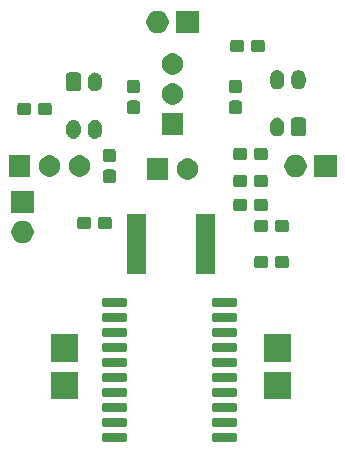
<source format=gbr>
G04 #@! TF.GenerationSoftware,KiCad,Pcbnew,(5.1.5)-3*
G04 #@! TF.CreationDate,2020-04-08T22:33:11-07:00*
G04 #@! TF.ProjectId,microbug,6d696372-6f62-4756-972e-6b696361645f,rev?*
G04 #@! TF.SameCoordinates,Original*
G04 #@! TF.FileFunction,Soldermask,Bot*
G04 #@! TF.FilePolarity,Negative*
%FSLAX46Y46*%
G04 Gerber Fmt 4.6, Leading zero omitted, Abs format (unit mm)*
G04 Created by KiCad (PCBNEW (5.1.5)-3) date 2020-04-08 22:33:11*
%MOMM*%
%LPD*%
G04 APERTURE LIST*
%ADD10C,0.100000*%
G04 APERTURE END LIST*
D10*
G36*
X69642928Y-93250764D02*
G01*
X69664009Y-93257160D01*
X69683445Y-93267548D01*
X69700476Y-93281524D01*
X69714452Y-93298555D01*
X69724840Y-93317991D01*
X69731236Y-93339072D01*
X69734000Y-93367140D01*
X69734000Y-93830860D01*
X69731236Y-93858928D01*
X69724840Y-93880009D01*
X69714452Y-93899445D01*
X69700476Y-93916476D01*
X69683445Y-93930452D01*
X69664009Y-93940840D01*
X69642928Y-93947236D01*
X69614860Y-93950000D01*
X67701140Y-93950000D01*
X67673072Y-93947236D01*
X67651991Y-93940840D01*
X67632555Y-93930452D01*
X67615524Y-93916476D01*
X67601548Y-93899445D01*
X67591160Y-93880009D01*
X67584764Y-93858928D01*
X67582000Y-93830860D01*
X67582000Y-93367140D01*
X67584764Y-93339072D01*
X67591160Y-93317991D01*
X67601548Y-93298555D01*
X67615524Y-93281524D01*
X67632555Y-93267548D01*
X67651991Y-93257160D01*
X67673072Y-93250764D01*
X67701140Y-93248000D01*
X69614860Y-93248000D01*
X69642928Y-93250764D01*
G37*
G36*
X60342928Y-93250764D02*
G01*
X60364009Y-93257160D01*
X60383445Y-93267548D01*
X60400476Y-93281524D01*
X60414452Y-93298555D01*
X60424840Y-93317991D01*
X60431236Y-93339072D01*
X60434000Y-93367140D01*
X60434000Y-93830860D01*
X60431236Y-93858928D01*
X60424840Y-93880009D01*
X60414452Y-93899445D01*
X60400476Y-93916476D01*
X60383445Y-93930452D01*
X60364009Y-93940840D01*
X60342928Y-93947236D01*
X60314860Y-93950000D01*
X58401140Y-93950000D01*
X58373072Y-93947236D01*
X58351991Y-93940840D01*
X58332555Y-93930452D01*
X58315524Y-93916476D01*
X58301548Y-93899445D01*
X58291160Y-93880009D01*
X58284764Y-93858928D01*
X58282000Y-93830860D01*
X58282000Y-93367140D01*
X58284764Y-93339072D01*
X58291160Y-93317991D01*
X58301548Y-93298555D01*
X58315524Y-93281524D01*
X58332555Y-93267548D01*
X58351991Y-93257160D01*
X58373072Y-93250764D01*
X58401140Y-93248000D01*
X60314860Y-93248000D01*
X60342928Y-93250764D01*
G37*
G36*
X60342928Y-91980764D02*
G01*
X60364009Y-91987160D01*
X60383445Y-91997548D01*
X60400476Y-92011524D01*
X60414452Y-92028555D01*
X60424840Y-92047991D01*
X60431236Y-92069072D01*
X60434000Y-92097140D01*
X60434000Y-92560860D01*
X60431236Y-92588928D01*
X60424840Y-92610009D01*
X60414452Y-92629445D01*
X60400476Y-92646476D01*
X60383445Y-92660452D01*
X60364009Y-92670840D01*
X60342928Y-92677236D01*
X60314860Y-92680000D01*
X58401140Y-92680000D01*
X58373072Y-92677236D01*
X58351991Y-92670840D01*
X58332555Y-92660452D01*
X58315524Y-92646476D01*
X58301548Y-92629445D01*
X58291160Y-92610009D01*
X58284764Y-92588928D01*
X58282000Y-92560860D01*
X58282000Y-92097140D01*
X58284764Y-92069072D01*
X58291160Y-92047991D01*
X58301548Y-92028555D01*
X58315524Y-92011524D01*
X58332555Y-91997548D01*
X58351991Y-91987160D01*
X58373072Y-91980764D01*
X58401140Y-91978000D01*
X60314860Y-91978000D01*
X60342928Y-91980764D01*
G37*
G36*
X69642928Y-91980764D02*
G01*
X69664009Y-91987160D01*
X69683445Y-91997548D01*
X69700476Y-92011524D01*
X69714452Y-92028555D01*
X69724840Y-92047991D01*
X69731236Y-92069072D01*
X69734000Y-92097140D01*
X69734000Y-92560860D01*
X69731236Y-92588928D01*
X69724840Y-92610009D01*
X69714452Y-92629445D01*
X69700476Y-92646476D01*
X69683445Y-92660452D01*
X69664009Y-92670840D01*
X69642928Y-92677236D01*
X69614860Y-92680000D01*
X67701140Y-92680000D01*
X67673072Y-92677236D01*
X67651991Y-92670840D01*
X67632555Y-92660452D01*
X67615524Y-92646476D01*
X67601548Y-92629445D01*
X67591160Y-92610009D01*
X67584764Y-92588928D01*
X67582000Y-92560860D01*
X67582000Y-92097140D01*
X67584764Y-92069072D01*
X67591160Y-92047991D01*
X67601548Y-92028555D01*
X67615524Y-92011524D01*
X67632555Y-91997548D01*
X67651991Y-91987160D01*
X67673072Y-91980764D01*
X67701140Y-91978000D01*
X69614860Y-91978000D01*
X69642928Y-91980764D01*
G37*
G36*
X60342928Y-90710764D02*
G01*
X60364009Y-90717160D01*
X60383445Y-90727548D01*
X60400476Y-90741524D01*
X60414452Y-90758555D01*
X60424840Y-90777991D01*
X60431236Y-90799072D01*
X60434000Y-90827140D01*
X60434000Y-91290860D01*
X60431236Y-91318928D01*
X60424840Y-91340009D01*
X60414452Y-91359445D01*
X60400476Y-91376476D01*
X60383445Y-91390452D01*
X60364009Y-91400840D01*
X60342928Y-91407236D01*
X60314860Y-91410000D01*
X58401140Y-91410000D01*
X58373072Y-91407236D01*
X58351991Y-91400840D01*
X58332555Y-91390452D01*
X58315524Y-91376476D01*
X58301548Y-91359445D01*
X58291160Y-91340009D01*
X58284764Y-91318928D01*
X58282000Y-91290860D01*
X58282000Y-90827140D01*
X58284764Y-90799072D01*
X58291160Y-90777991D01*
X58301548Y-90758555D01*
X58315524Y-90741524D01*
X58332555Y-90727548D01*
X58351991Y-90717160D01*
X58373072Y-90710764D01*
X58401140Y-90708000D01*
X60314860Y-90708000D01*
X60342928Y-90710764D01*
G37*
G36*
X69642928Y-90710764D02*
G01*
X69664009Y-90717160D01*
X69683445Y-90727548D01*
X69700476Y-90741524D01*
X69714452Y-90758555D01*
X69724840Y-90777991D01*
X69731236Y-90799072D01*
X69734000Y-90827140D01*
X69734000Y-91290860D01*
X69731236Y-91318928D01*
X69724840Y-91340009D01*
X69714452Y-91359445D01*
X69700476Y-91376476D01*
X69683445Y-91390452D01*
X69664009Y-91400840D01*
X69642928Y-91407236D01*
X69614860Y-91410000D01*
X67701140Y-91410000D01*
X67673072Y-91407236D01*
X67651991Y-91400840D01*
X67632555Y-91390452D01*
X67615524Y-91376476D01*
X67601548Y-91359445D01*
X67591160Y-91340009D01*
X67584764Y-91318928D01*
X67582000Y-91290860D01*
X67582000Y-90827140D01*
X67584764Y-90799072D01*
X67591160Y-90777991D01*
X67601548Y-90758555D01*
X67615524Y-90741524D01*
X67632555Y-90727548D01*
X67651991Y-90717160D01*
X67673072Y-90710764D01*
X67701140Y-90708000D01*
X69614860Y-90708000D01*
X69642928Y-90710764D01*
G37*
G36*
X74303000Y-90381000D02*
G01*
X72001000Y-90381000D01*
X72001000Y-88079000D01*
X74303000Y-88079000D01*
X74303000Y-90381000D01*
G37*
G36*
X56269000Y-90381000D02*
G01*
X53967000Y-90381000D01*
X53967000Y-88079000D01*
X56269000Y-88079000D01*
X56269000Y-90381000D01*
G37*
G36*
X69642928Y-89440764D02*
G01*
X69664009Y-89447160D01*
X69683445Y-89457548D01*
X69700476Y-89471524D01*
X69714452Y-89488555D01*
X69724840Y-89507991D01*
X69731236Y-89529072D01*
X69734000Y-89557140D01*
X69734000Y-90020860D01*
X69731236Y-90048928D01*
X69724840Y-90070009D01*
X69714452Y-90089445D01*
X69700476Y-90106476D01*
X69683445Y-90120452D01*
X69664009Y-90130840D01*
X69642928Y-90137236D01*
X69614860Y-90140000D01*
X67701140Y-90140000D01*
X67673072Y-90137236D01*
X67651991Y-90130840D01*
X67632555Y-90120452D01*
X67615524Y-90106476D01*
X67601548Y-90089445D01*
X67591160Y-90070009D01*
X67584764Y-90048928D01*
X67582000Y-90020860D01*
X67582000Y-89557140D01*
X67584764Y-89529072D01*
X67591160Y-89507991D01*
X67601548Y-89488555D01*
X67615524Y-89471524D01*
X67632555Y-89457548D01*
X67651991Y-89447160D01*
X67673072Y-89440764D01*
X67701140Y-89438000D01*
X69614860Y-89438000D01*
X69642928Y-89440764D01*
G37*
G36*
X60342928Y-89440764D02*
G01*
X60364009Y-89447160D01*
X60383445Y-89457548D01*
X60400476Y-89471524D01*
X60414452Y-89488555D01*
X60424840Y-89507991D01*
X60431236Y-89529072D01*
X60434000Y-89557140D01*
X60434000Y-90020860D01*
X60431236Y-90048928D01*
X60424840Y-90070009D01*
X60414452Y-90089445D01*
X60400476Y-90106476D01*
X60383445Y-90120452D01*
X60364009Y-90130840D01*
X60342928Y-90137236D01*
X60314860Y-90140000D01*
X58401140Y-90140000D01*
X58373072Y-90137236D01*
X58351991Y-90130840D01*
X58332555Y-90120452D01*
X58315524Y-90106476D01*
X58301548Y-90089445D01*
X58291160Y-90070009D01*
X58284764Y-90048928D01*
X58282000Y-90020860D01*
X58282000Y-89557140D01*
X58284764Y-89529072D01*
X58291160Y-89507991D01*
X58301548Y-89488555D01*
X58315524Y-89471524D01*
X58332555Y-89457548D01*
X58351991Y-89447160D01*
X58373072Y-89440764D01*
X58401140Y-89438000D01*
X60314860Y-89438000D01*
X60342928Y-89440764D01*
G37*
G36*
X60342928Y-88170764D02*
G01*
X60364009Y-88177160D01*
X60383445Y-88187548D01*
X60400476Y-88201524D01*
X60414452Y-88218555D01*
X60424840Y-88237991D01*
X60431236Y-88259072D01*
X60434000Y-88287140D01*
X60434000Y-88750860D01*
X60431236Y-88778928D01*
X60424840Y-88800009D01*
X60414452Y-88819445D01*
X60400476Y-88836476D01*
X60383445Y-88850452D01*
X60364009Y-88860840D01*
X60342928Y-88867236D01*
X60314860Y-88870000D01*
X58401140Y-88870000D01*
X58373072Y-88867236D01*
X58351991Y-88860840D01*
X58332555Y-88850452D01*
X58315524Y-88836476D01*
X58301548Y-88819445D01*
X58291160Y-88800009D01*
X58284764Y-88778928D01*
X58282000Y-88750860D01*
X58282000Y-88287140D01*
X58284764Y-88259072D01*
X58291160Y-88237991D01*
X58301548Y-88218555D01*
X58315524Y-88201524D01*
X58332555Y-88187548D01*
X58351991Y-88177160D01*
X58373072Y-88170764D01*
X58401140Y-88168000D01*
X60314860Y-88168000D01*
X60342928Y-88170764D01*
G37*
G36*
X69642928Y-88170764D02*
G01*
X69664009Y-88177160D01*
X69683445Y-88187548D01*
X69700476Y-88201524D01*
X69714452Y-88218555D01*
X69724840Y-88237991D01*
X69731236Y-88259072D01*
X69734000Y-88287140D01*
X69734000Y-88750860D01*
X69731236Y-88778928D01*
X69724840Y-88800009D01*
X69714452Y-88819445D01*
X69700476Y-88836476D01*
X69683445Y-88850452D01*
X69664009Y-88860840D01*
X69642928Y-88867236D01*
X69614860Y-88870000D01*
X67701140Y-88870000D01*
X67673072Y-88867236D01*
X67651991Y-88860840D01*
X67632555Y-88850452D01*
X67615524Y-88836476D01*
X67601548Y-88819445D01*
X67591160Y-88800009D01*
X67584764Y-88778928D01*
X67582000Y-88750860D01*
X67582000Y-88287140D01*
X67584764Y-88259072D01*
X67591160Y-88237991D01*
X67601548Y-88218555D01*
X67615524Y-88201524D01*
X67632555Y-88187548D01*
X67651991Y-88177160D01*
X67673072Y-88170764D01*
X67701140Y-88168000D01*
X69614860Y-88168000D01*
X69642928Y-88170764D01*
G37*
G36*
X60342928Y-86900764D02*
G01*
X60364009Y-86907160D01*
X60383445Y-86917548D01*
X60400476Y-86931524D01*
X60414452Y-86948555D01*
X60424840Y-86967991D01*
X60431236Y-86989072D01*
X60434000Y-87017140D01*
X60434000Y-87480860D01*
X60431236Y-87508928D01*
X60424840Y-87530009D01*
X60414452Y-87549445D01*
X60400476Y-87566476D01*
X60383445Y-87580452D01*
X60364009Y-87590840D01*
X60342928Y-87597236D01*
X60314860Y-87600000D01*
X58401140Y-87600000D01*
X58373072Y-87597236D01*
X58351991Y-87590840D01*
X58332555Y-87580452D01*
X58315524Y-87566476D01*
X58301548Y-87549445D01*
X58291160Y-87530009D01*
X58284764Y-87508928D01*
X58282000Y-87480860D01*
X58282000Y-87017140D01*
X58284764Y-86989072D01*
X58291160Y-86967991D01*
X58301548Y-86948555D01*
X58315524Y-86931524D01*
X58332555Y-86917548D01*
X58351991Y-86907160D01*
X58373072Y-86900764D01*
X58401140Y-86898000D01*
X60314860Y-86898000D01*
X60342928Y-86900764D01*
G37*
G36*
X69642928Y-86900764D02*
G01*
X69664009Y-86907160D01*
X69683445Y-86917548D01*
X69700476Y-86931524D01*
X69714452Y-86948555D01*
X69724840Y-86967991D01*
X69731236Y-86989072D01*
X69734000Y-87017140D01*
X69734000Y-87480860D01*
X69731236Y-87508928D01*
X69724840Y-87530009D01*
X69714452Y-87549445D01*
X69700476Y-87566476D01*
X69683445Y-87580452D01*
X69664009Y-87590840D01*
X69642928Y-87597236D01*
X69614860Y-87600000D01*
X67701140Y-87600000D01*
X67673072Y-87597236D01*
X67651991Y-87590840D01*
X67632555Y-87580452D01*
X67615524Y-87566476D01*
X67601548Y-87549445D01*
X67591160Y-87530009D01*
X67584764Y-87508928D01*
X67582000Y-87480860D01*
X67582000Y-87017140D01*
X67584764Y-86989072D01*
X67591160Y-86967991D01*
X67601548Y-86948555D01*
X67615524Y-86931524D01*
X67632555Y-86917548D01*
X67651991Y-86907160D01*
X67673072Y-86900764D01*
X67701140Y-86898000D01*
X69614860Y-86898000D01*
X69642928Y-86900764D01*
G37*
G36*
X56269000Y-87181000D02*
G01*
X53967000Y-87181000D01*
X53967000Y-84879000D01*
X56269000Y-84879000D01*
X56269000Y-87181000D01*
G37*
G36*
X74303000Y-87181000D02*
G01*
X72001000Y-87181000D01*
X72001000Y-84879000D01*
X74303000Y-84879000D01*
X74303000Y-87181000D01*
G37*
G36*
X60342928Y-85630764D02*
G01*
X60364009Y-85637160D01*
X60383445Y-85647548D01*
X60400476Y-85661524D01*
X60414452Y-85678555D01*
X60424840Y-85697991D01*
X60431236Y-85719072D01*
X60434000Y-85747140D01*
X60434000Y-86210860D01*
X60431236Y-86238928D01*
X60424840Y-86260009D01*
X60414452Y-86279445D01*
X60400476Y-86296476D01*
X60383445Y-86310452D01*
X60364009Y-86320840D01*
X60342928Y-86327236D01*
X60314860Y-86330000D01*
X58401140Y-86330000D01*
X58373072Y-86327236D01*
X58351991Y-86320840D01*
X58332555Y-86310452D01*
X58315524Y-86296476D01*
X58301548Y-86279445D01*
X58291160Y-86260009D01*
X58284764Y-86238928D01*
X58282000Y-86210860D01*
X58282000Y-85747140D01*
X58284764Y-85719072D01*
X58291160Y-85697991D01*
X58301548Y-85678555D01*
X58315524Y-85661524D01*
X58332555Y-85647548D01*
X58351991Y-85637160D01*
X58373072Y-85630764D01*
X58401140Y-85628000D01*
X60314860Y-85628000D01*
X60342928Y-85630764D01*
G37*
G36*
X69642928Y-85630764D02*
G01*
X69664009Y-85637160D01*
X69683445Y-85647548D01*
X69700476Y-85661524D01*
X69714452Y-85678555D01*
X69724840Y-85697991D01*
X69731236Y-85719072D01*
X69734000Y-85747140D01*
X69734000Y-86210860D01*
X69731236Y-86238928D01*
X69724840Y-86260009D01*
X69714452Y-86279445D01*
X69700476Y-86296476D01*
X69683445Y-86310452D01*
X69664009Y-86320840D01*
X69642928Y-86327236D01*
X69614860Y-86330000D01*
X67701140Y-86330000D01*
X67673072Y-86327236D01*
X67651991Y-86320840D01*
X67632555Y-86310452D01*
X67615524Y-86296476D01*
X67601548Y-86279445D01*
X67591160Y-86260009D01*
X67584764Y-86238928D01*
X67582000Y-86210860D01*
X67582000Y-85747140D01*
X67584764Y-85719072D01*
X67591160Y-85697991D01*
X67601548Y-85678555D01*
X67615524Y-85661524D01*
X67632555Y-85647548D01*
X67651991Y-85637160D01*
X67673072Y-85630764D01*
X67701140Y-85628000D01*
X69614860Y-85628000D01*
X69642928Y-85630764D01*
G37*
G36*
X60342928Y-84360764D02*
G01*
X60364009Y-84367160D01*
X60383445Y-84377548D01*
X60400476Y-84391524D01*
X60414452Y-84408555D01*
X60424840Y-84427991D01*
X60431236Y-84449072D01*
X60434000Y-84477140D01*
X60434000Y-84940860D01*
X60431236Y-84968928D01*
X60424840Y-84990009D01*
X60414452Y-85009445D01*
X60400476Y-85026476D01*
X60383445Y-85040452D01*
X60364009Y-85050840D01*
X60342928Y-85057236D01*
X60314860Y-85060000D01*
X58401140Y-85060000D01*
X58373072Y-85057236D01*
X58351991Y-85050840D01*
X58332555Y-85040452D01*
X58315524Y-85026476D01*
X58301548Y-85009445D01*
X58291160Y-84990009D01*
X58284764Y-84968928D01*
X58282000Y-84940860D01*
X58282000Y-84477140D01*
X58284764Y-84449072D01*
X58291160Y-84427991D01*
X58301548Y-84408555D01*
X58315524Y-84391524D01*
X58332555Y-84377548D01*
X58351991Y-84367160D01*
X58373072Y-84360764D01*
X58401140Y-84358000D01*
X60314860Y-84358000D01*
X60342928Y-84360764D01*
G37*
G36*
X69642928Y-84360764D02*
G01*
X69664009Y-84367160D01*
X69683445Y-84377548D01*
X69700476Y-84391524D01*
X69714452Y-84408555D01*
X69724840Y-84427991D01*
X69731236Y-84449072D01*
X69734000Y-84477140D01*
X69734000Y-84940860D01*
X69731236Y-84968928D01*
X69724840Y-84990009D01*
X69714452Y-85009445D01*
X69700476Y-85026476D01*
X69683445Y-85040452D01*
X69664009Y-85050840D01*
X69642928Y-85057236D01*
X69614860Y-85060000D01*
X67701140Y-85060000D01*
X67673072Y-85057236D01*
X67651991Y-85050840D01*
X67632555Y-85040452D01*
X67615524Y-85026476D01*
X67601548Y-85009445D01*
X67591160Y-84990009D01*
X67584764Y-84968928D01*
X67582000Y-84940860D01*
X67582000Y-84477140D01*
X67584764Y-84449072D01*
X67591160Y-84427991D01*
X67601548Y-84408555D01*
X67615524Y-84391524D01*
X67632555Y-84377548D01*
X67651991Y-84367160D01*
X67673072Y-84360764D01*
X67701140Y-84358000D01*
X69614860Y-84358000D01*
X69642928Y-84360764D01*
G37*
G36*
X69642928Y-83090764D02*
G01*
X69664009Y-83097160D01*
X69683445Y-83107548D01*
X69700476Y-83121524D01*
X69714452Y-83138555D01*
X69724840Y-83157991D01*
X69731236Y-83179072D01*
X69734000Y-83207140D01*
X69734000Y-83670860D01*
X69731236Y-83698928D01*
X69724840Y-83720009D01*
X69714452Y-83739445D01*
X69700476Y-83756476D01*
X69683445Y-83770452D01*
X69664009Y-83780840D01*
X69642928Y-83787236D01*
X69614860Y-83790000D01*
X67701140Y-83790000D01*
X67673072Y-83787236D01*
X67651991Y-83780840D01*
X67632555Y-83770452D01*
X67615524Y-83756476D01*
X67601548Y-83739445D01*
X67591160Y-83720009D01*
X67584764Y-83698928D01*
X67582000Y-83670860D01*
X67582000Y-83207140D01*
X67584764Y-83179072D01*
X67591160Y-83157991D01*
X67601548Y-83138555D01*
X67615524Y-83121524D01*
X67632555Y-83107548D01*
X67651991Y-83097160D01*
X67673072Y-83090764D01*
X67701140Y-83088000D01*
X69614860Y-83088000D01*
X69642928Y-83090764D01*
G37*
G36*
X60342928Y-83090764D02*
G01*
X60364009Y-83097160D01*
X60383445Y-83107548D01*
X60400476Y-83121524D01*
X60414452Y-83138555D01*
X60424840Y-83157991D01*
X60431236Y-83179072D01*
X60434000Y-83207140D01*
X60434000Y-83670860D01*
X60431236Y-83698928D01*
X60424840Y-83720009D01*
X60414452Y-83739445D01*
X60400476Y-83756476D01*
X60383445Y-83770452D01*
X60364009Y-83780840D01*
X60342928Y-83787236D01*
X60314860Y-83790000D01*
X58401140Y-83790000D01*
X58373072Y-83787236D01*
X58351991Y-83780840D01*
X58332555Y-83770452D01*
X58315524Y-83756476D01*
X58301548Y-83739445D01*
X58291160Y-83720009D01*
X58284764Y-83698928D01*
X58282000Y-83670860D01*
X58282000Y-83207140D01*
X58284764Y-83179072D01*
X58291160Y-83157991D01*
X58301548Y-83138555D01*
X58315524Y-83121524D01*
X58332555Y-83107548D01*
X58351991Y-83097160D01*
X58373072Y-83090764D01*
X58401140Y-83088000D01*
X60314860Y-83088000D01*
X60342928Y-83090764D01*
G37*
G36*
X69642928Y-81820764D02*
G01*
X69664009Y-81827160D01*
X69683445Y-81837548D01*
X69700476Y-81851524D01*
X69714452Y-81868555D01*
X69724840Y-81887991D01*
X69731236Y-81909072D01*
X69734000Y-81937140D01*
X69734000Y-82400860D01*
X69731236Y-82428928D01*
X69724840Y-82450009D01*
X69714452Y-82469445D01*
X69700476Y-82486476D01*
X69683445Y-82500452D01*
X69664009Y-82510840D01*
X69642928Y-82517236D01*
X69614860Y-82520000D01*
X67701140Y-82520000D01*
X67673072Y-82517236D01*
X67651991Y-82510840D01*
X67632555Y-82500452D01*
X67615524Y-82486476D01*
X67601548Y-82469445D01*
X67591160Y-82450009D01*
X67584764Y-82428928D01*
X67582000Y-82400860D01*
X67582000Y-81937140D01*
X67584764Y-81909072D01*
X67591160Y-81887991D01*
X67601548Y-81868555D01*
X67615524Y-81851524D01*
X67632555Y-81837548D01*
X67651991Y-81827160D01*
X67673072Y-81820764D01*
X67701140Y-81818000D01*
X69614860Y-81818000D01*
X69642928Y-81820764D01*
G37*
G36*
X60342928Y-81820764D02*
G01*
X60364009Y-81827160D01*
X60383445Y-81837548D01*
X60400476Y-81851524D01*
X60414452Y-81868555D01*
X60424840Y-81887991D01*
X60431236Y-81909072D01*
X60434000Y-81937140D01*
X60434000Y-82400860D01*
X60431236Y-82428928D01*
X60424840Y-82450009D01*
X60414452Y-82469445D01*
X60400476Y-82486476D01*
X60383445Y-82500452D01*
X60364009Y-82510840D01*
X60342928Y-82517236D01*
X60314860Y-82520000D01*
X58401140Y-82520000D01*
X58373072Y-82517236D01*
X58351991Y-82510840D01*
X58332555Y-82500452D01*
X58315524Y-82486476D01*
X58301548Y-82469445D01*
X58291160Y-82450009D01*
X58284764Y-82428928D01*
X58282000Y-82400860D01*
X58282000Y-81937140D01*
X58284764Y-81909072D01*
X58291160Y-81887991D01*
X58301548Y-81868555D01*
X58315524Y-81851524D01*
X58332555Y-81837548D01*
X58351991Y-81827160D01*
X58373072Y-81820764D01*
X58401140Y-81818000D01*
X60314860Y-81818000D01*
X60342928Y-81820764D01*
G37*
G36*
X61986000Y-79767000D02*
G01*
X60384000Y-79767000D01*
X60384000Y-74665000D01*
X61986000Y-74665000D01*
X61986000Y-79767000D01*
G37*
G36*
X67886000Y-79767000D02*
G01*
X66284000Y-79767000D01*
X66284000Y-74665000D01*
X67886000Y-74665000D01*
X67886000Y-79767000D01*
G37*
G36*
X72183499Y-78218445D02*
G01*
X72220995Y-78229820D01*
X72255554Y-78248292D01*
X72285847Y-78273153D01*
X72310708Y-78303446D01*
X72329180Y-78338005D01*
X72340555Y-78375501D01*
X72345000Y-78420638D01*
X72345000Y-79059362D01*
X72340555Y-79104499D01*
X72329180Y-79141995D01*
X72310708Y-79176554D01*
X72285847Y-79206847D01*
X72255554Y-79231708D01*
X72220995Y-79250180D01*
X72183499Y-79261555D01*
X72138362Y-79266000D01*
X71399638Y-79266000D01*
X71354501Y-79261555D01*
X71317005Y-79250180D01*
X71282446Y-79231708D01*
X71252153Y-79206847D01*
X71227292Y-79176554D01*
X71208820Y-79141995D01*
X71197445Y-79104499D01*
X71193000Y-79059362D01*
X71193000Y-78420638D01*
X71197445Y-78375501D01*
X71208820Y-78338005D01*
X71227292Y-78303446D01*
X71252153Y-78273153D01*
X71282446Y-78248292D01*
X71317005Y-78229820D01*
X71354501Y-78218445D01*
X71399638Y-78214000D01*
X72138362Y-78214000D01*
X72183499Y-78218445D01*
G37*
G36*
X73933499Y-78218445D02*
G01*
X73970995Y-78229820D01*
X74005554Y-78248292D01*
X74035847Y-78273153D01*
X74060708Y-78303446D01*
X74079180Y-78338005D01*
X74090555Y-78375501D01*
X74095000Y-78420638D01*
X74095000Y-79059362D01*
X74090555Y-79104499D01*
X74079180Y-79141995D01*
X74060708Y-79176554D01*
X74035847Y-79206847D01*
X74005554Y-79231708D01*
X73970995Y-79250180D01*
X73933499Y-79261555D01*
X73888362Y-79266000D01*
X73149638Y-79266000D01*
X73104501Y-79261555D01*
X73067005Y-79250180D01*
X73032446Y-79231708D01*
X73002153Y-79206847D01*
X72977292Y-79176554D01*
X72958820Y-79141995D01*
X72947445Y-79104499D01*
X72943000Y-79059362D01*
X72943000Y-78420638D01*
X72947445Y-78375501D01*
X72958820Y-78338005D01*
X72977292Y-78303446D01*
X73002153Y-78273153D01*
X73032446Y-78248292D01*
X73067005Y-78229820D01*
X73104501Y-78218445D01*
X73149638Y-78214000D01*
X73888362Y-78214000D01*
X73933499Y-78218445D01*
G37*
G36*
X51839395Y-75285546D02*
G01*
X52012466Y-75357234D01*
X52043082Y-75377691D01*
X52168227Y-75461310D01*
X52300690Y-75593773D01*
X52300691Y-75593775D01*
X52404766Y-75749534D01*
X52476454Y-75922605D01*
X52513000Y-76106333D01*
X52513000Y-76293667D01*
X52476454Y-76477395D01*
X52404766Y-76650466D01*
X52404765Y-76650467D01*
X52300690Y-76806227D01*
X52168227Y-76938690D01*
X52089818Y-76991081D01*
X52012466Y-77042766D01*
X51839395Y-77114454D01*
X51655667Y-77151000D01*
X51468333Y-77151000D01*
X51284605Y-77114454D01*
X51111534Y-77042766D01*
X51034182Y-76991081D01*
X50955773Y-76938690D01*
X50823310Y-76806227D01*
X50719235Y-76650467D01*
X50719234Y-76650466D01*
X50647546Y-76477395D01*
X50611000Y-76293667D01*
X50611000Y-76106333D01*
X50647546Y-75922605D01*
X50719234Y-75749534D01*
X50823309Y-75593775D01*
X50823310Y-75593773D01*
X50955773Y-75461310D01*
X51080918Y-75377691D01*
X51111534Y-75357234D01*
X51284605Y-75285546D01*
X51468333Y-75249000D01*
X51655667Y-75249000D01*
X51839395Y-75285546D01*
G37*
G36*
X72183499Y-75170445D02*
G01*
X72220995Y-75181820D01*
X72255554Y-75200292D01*
X72285847Y-75225153D01*
X72310708Y-75255446D01*
X72329180Y-75290005D01*
X72340555Y-75327501D01*
X72345000Y-75372638D01*
X72345000Y-76011362D01*
X72340555Y-76056499D01*
X72329180Y-76093995D01*
X72310708Y-76128554D01*
X72285847Y-76158847D01*
X72255554Y-76183708D01*
X72220995Y-76202180D01*
X72183499Y-76213555D01*
X72138362Y-76218000D01*
X71399638Y-76218000D01*
X71354501Y-76213555D01*
X71317005Y-76202180D01*
X71282446Y-76183708D01*
X71252153Y-76158847D01*
X71227292Y-76128554D01*
X71208820Y-76093995D01*
X71197445Y-76056499D01*
X71193000Y-76011362D01*
X71193000Y-75372638D01*
X71197445Y-75327501D01*
X71208820Y-75290005D01*
X71227292Y-75255446D01*
X71252153Y-75225153D01*
X71282446Y-75200292D01*
X71317005Y-75181820D01*
X71354501Y-75170445D01*
X71399638Y-75166000D01*
X72138362Y-75166000D01*
X72183499Y-75170445D01*
G37*
G36*
X73933499Y-75170445D02*
G01*
X73970995Y-75181820D01*
X74005554Y-75200292D01*
X74035847Y-75225153D01*
X74060708Y-75255446D01*
X74079180Y-75290005D01*
X74090555Y-75327501D01*
X74095000Y-75372638D01*
X74095000Y-76011362D01*
X74090555Y-76056499D01*
X74079180Y-76093995D01*
X74060708Y-76128554D01*
X74035847Y-76158847D01*
X74005554Y-76183708D01*
X73970995Y-76202180D01*
X73933499Y-76213555D01*
X73888362Y-76218000D01*
X73149638Y-76218000D01*
X73104501Y-76213555D01*
X73067005Y-76202180D01*
X73032446Y-76183708D01*
X73002153Y-76158847D01*
X72977292Y-76128554D01*
X72958820Y-76093995D01*
X72947445Y-76056499D01*
X72943000Y-76011362D01*
X72943000Y-75372638D01*
X72947445Y-75327501D01*
X72958820Y-75290005D01*
X72977292Y-75255446D01*
X73002153Y-75225153D01*
X73032446Y-75200292D01*
X73067005Y-75181820D01*
X73104501Y-75170445D01*
X73149638Y-75166000D01*
X73888362Y-75166000D01*
X73933499Y-75170445D01*
G37*
G36*
X57197499Y-74916445D02*
G01*
X57234995Y-74927820D01*
X57269554Y-74946292D01*
X57299847Y-74971153D01*
X57324708Y-75001446D01*
X57343180Y-75036005D01*
X57354555Y-75073501D01*
X57359000Y-75118638D01*
X57359000Y-75757362D01*
X57354555Y-75802499D01*
X57343180Y-75839995D01*
X57324708Y-75874554D01*
X57299847Y-75904847D01*
X57269554Y-75929708D01*
X57234995Y-75948180D01*
X57197499Y-75959555D01*
X57152362Y-75964000D01*
X56413638Y-75964000D01*
X56368501Y-75959555D01*
X56331005Y-75948180D01*
X56296446Y-75929708D01*
X56266153Y-75904847D01*
X56241292Y-75874554D01*
X56222820Y-75839995D01*
X56211445Y-75802499D01*
X56207000Y-75757362D01*
X56207000Y-75118638D01*
X56211445Y-75073501D01*
X56222820Y-75036005D01*
X56241292Y-75001446D01*
X56266153Y-74971153D01*
X56296446Y-74946292D01*
X56331005Y-74927820D01*
X56368501Y-74916445D01*
X56413638Y-74912000D01*
X57152362Y-74912000D01*
X57197499Y-74916445D01*
G37*
G36*
X58947499Y-74916445D02*
G01*
X58984995Y-74927820D01*
X59019554Y-74946292D01*
X59049847Y-74971153D01*
X59074708Y-75001446D01*
X59093180Y-75036005D01*
X59104555Y-75073501D01*
X59109000Y-75118638D01*
X59109000Y-75757362D01*
X59104555Y-75802499D01*
X59093180Y-75839995D01*
X59074708Y-75874554D01*
X59049847Y-75904847D01*
X59019554Y-75929708D01*
X58984995Y-75948180D01*
X58947499Y-75959555D01*
X58902362Y-75964000D01*
X58163638Y-75964000D01*
X58118501Y-75959555D01*
X58081005Y-75948180D01*
X58046446Y-75929708D01*
X58016153Y-75904847D01*
X57991292Y-75874554D01*
X57972820Y-75839995D01*
X57961445Y-75802499D01*
X57957000Y-75757362D01*
X57957000Y-75118638D01*
X57961445Y-75073501D01*
X57972820Y-75036005D01*
X57991292Y-75001446D01*
X58016153Y-74971153D01*
X58046446Y-74946292D01*
X58081005Y-74927820D01*
X58118501Y-74916445D01*
X58163638Y-74912000D01*
X58902362Y-74912000D01*
X58947499Y-74916445D01*
G37*
G36*
X52513000Y-74611000D02*
G01*
X50611000Y-74611000D01*
X50611000Y-72709000D01*
X52513000Y-72709000D01*
X52513000Y-74611000D01*
G37*
G36*
X72155499Y-73392445D02*
G01*
X72192995Y-73403820D01*
X72227554Y-73422292D01*
X72257847Y-73447153D01*
X72282708Y-73477446D01*
X72301180Y-73512005D01*
X72312555Y-73549501D01*
X72317000Y-73594638D01*
X72317000Y-74233362D01*
X72312555Y-74278499D01*
X72301180Y-74315995D01*
X72282708Y-74350554D01*
X72257847Y-74380847D01*
X72227554Y-74405708D01*
X72192995Y-74424180D01*
X72155499Y-74435555D01*
X72110362Y-74440000D01*
X71371638Y-74440000D01*
X71326501Y-74435555D01*
X71289005Y-74424180D01*
X71254446Y-74405708D01*
X71224153Y-74380847D01*
X71199292Y-74350554D01*
X71180820Y-74315995D01*
X71169445Y-74278499D01*
X71165000Y-74233362D01*
X71165000Y-73594638D01*
X71169445Y-73549501D01*
X71180820Y-73512005D01*
X71199292Y-73477446D01*
X71224153Y-73447153D01*
X71254446Y-73422292D01*
X71289005Y-73403820D01*
X71326501Y-73392445D01*
X71371638Y-73388000D01*
X72110362Y-73388000D01*
X72155499Y-73392445D01*
G37*
G36*
X70405499Y-73392445D02*
G01*
X70442995Y-73403820D01*
X70477554Y-73422292D01*
X70507847Y-73447153D01*
X70532708Y-73477446D01*
X70551180Y-73512005D01*
X70562555Y-73549501D01*
X70567000Y-73594638D01*
X70567000Y-74233362D01*
X70562555Y-74278499D01*
X70551180Y-74315995D01*
X70532708Y-74350554D01*
X70507847Y-74380847D01*
X70477554Y-74405708D01*
X70442995Y-74424180D01*
X70405499Y-74435555D01*
X70360362Y-74440000D01*
X69621638Y-74440000D01*
X69576501Y-74435555D01*
X69539005Y-74424180D01*
X69504446Y-74405708D01*
X69474153Y-74380847D01*
X69449292Y-74350554D01*
X69430820Y-74315995D01*
X69419445Y-74278499D01*
X69415000Y-74233362D01*
X69415000Y-73594638D01*
X69419445Y-73549501D01*
X69430820Y-73512005D01*
X69449292Y-73477446D01*
X69474153Y-73447153D01*
X69504446Y-73422292D01*
X69539005Y-73403820D01*
X69576501Y-73392445D01*
X69621638Y-73388000D01*
X70360362Y-73388000D01*
X70405499Y-73392445D01*
G37*
G36*
X70405499Y-71360445D02*
G01*
X70442995Y-71371820D01*
X70477554Y-71390292D01*
X70507847Y-71415153D01*
X70532708Y-71445446D01*
X70551180Y-71480005D01*
X70562555Y-71517501D01*
X70567000Y-71562638D01*
X70567000Y-72201362D01*
X70562555Y-72246499D01*
X70551180Y-72283995D01*
X70532708Y-72318554D01*
X70507847Y-72348847D01*
X70477554Y-72373708D01*
X70442995Y-72392180D01*
X70405499Y-72403555D01*
X70360362Y-72408000D01*
X69621638Y-72408000D01*
X69576501Y-72403555D01*
X69539005Y-72392180D01*
X69504446Y-72373708D01*
X69474153Y-72348847D01*
X69449292Y-72318554D01*
X69430820Y-72283995D01*
X69419445Y-72246499D01*
X69415000Y-72201362D01*
X69415000Y-71562638D01*
X69419445Y-71517501D01*
X69430820Y-71480005D01*
X69449292Y-71445446D01*
X69474153Y-71415153D01*
X69504446Y-71390292D01*
X69539005Y-71371820D01*
X69576501Y-71360445D01*
X69621638Y-71356000D01*
X70360362Y-71356000D01*
X70405499Y-71360445D01*
G37*
G36*
X72155499Y-71360445D02*
G01*
X72192995Y-71371820D01*
X72227554Y-71390292D01*
X72257847Y-71415153D01*
X72282708Y-71445446D01*
X72301180Y-71480005D01*
X72312555Y-71517501D01*
X72317000Y-71562638D01*
X72317000Y-72201362D01*
X72312555Y-72246499D01*
X72301180Y-72283995D01*
X72282708Y-72318554D01*
X72257847Y-72348847D01*
X72227554Y-72373708D01*
X72192995Y-72392180D01*
X72155499Y-72403555D01*
X72110362Y-72408000D01*
X71371638Y-72408000D01*
X71326501Y-72403555D01*
X71289005Y-72392180D01*
X71254446Y-72373708D01*
X71224153Y-72348847D01*
X71199292Y-72318554D01*
X71180820Y-72283995D01*
X71169445Y-72246499D01*
X71165000Y-72201362D01*
X71165000Y-71562638D01*
X71169445Y-71517501D01*
X71180820Y-71480005D01*
X71199292Y-71445446D01*
X71224153Y-71415153D01*
X71254446Y-71390292D01*
X71289005Y-71371820D01*
X71326501Y-71360445D01*
X71371638Y-71356000D01*
X72110362Y-71356000D01*
X72155499Y-71360445D01*
G37*
G36*
X59292499Y-70915445D02*
G01*
X59329995Y-70926820D01*
X59364554Y-70945292D01*
X59394847Y-70970153D01*
X59419708Y-71000446D01*
X59438180Y-71035005D01*
X59449555Y-71072501D01*
X59454000Y-71117638D01*
X59454000Y-71856362D01*
X59449555Y-71901499D01*
X59438180Y-71938995D01*
X59419708Y-71973554D01*
X59394847Y-72003847D01*
X59364554Y-72028708D01*
X59329995Y-72047180D01*
X59292499Y-72058555D01*
X59247362Y-72063000D01*
X58608638Y-72063000D01*
X58563501Y-72058555D01*
X58526005Y-72047180D01*
X58491446Y-72028708D01*
X58461153Y-72003847D01*
X58436292Y-71973554D01*
X58417820Y-71938995D01*
X58406445Y-71901499D01*
X58402000Y-71856362D01*
X58402000Y-71117638D01*
X58406445Y-71072501D01*
X58417820Y-71035005D01*
X58436292Y-71000446D01*
X58461153Y-70970153D01*
X58491446Y-70945292D01*
X58526005Y-70926820D01*
X58563501Y-70915445D01*
X58608638Y-70911000D01*
X59247362Y-70911000D01*
X59292499Y-70915445D01*
G37*
G36*
X65645512Y-69969927D02*
G01*
X65794812Y-69999624D01*
X65958784Y-70067544D01*
X66106354Y-70166147D01*
X66231853Y-70291646D01*
X66330456Y-70439216D01*
X66398376Y-70603188D01*
X66428073Y-70752488D01*
X66433000Y-70777258D01*
X66433000Y-70954742D01*
X66428073Y-70979512D01*
X66398376Y-71128812D01*
X66330456Y-71292784D01*
X66231853Y-71440354D01*
X66106354Y-71565853D01*
X65958784Y-71664456D01*
X65794812Y-71732376D01*
X65645512Y-71762073D01*
X65620742Y-71767000D01*
X65443258Y-71767000D01*
X65418488Y-71762073D01*
X65269188Y-71732376D01*
X65105216Y-71664456D01*
X64957646Y-71565853D01*
X64832147Y-71440354D01*
X64733544Y-71292784D01*
X64665624Y-71128812D01*
X64635927Y-70979512D01*
X64631000Y-70954742D01*
X64631000Y-70777258D01*
X64635927Y-70752488D01*
X64665624Y-70603188D01*
X64733544Y-70439216D01*
X64832147Y-70291646D01*
X64957646Y-70166147D01*
X65105216Y-70067544D01*
X65269188Y-69999624D01*
X65418488Y-69969927D01*
X65443258Y-69965000D01*
X65620742Y-69965000D01*
X65645512Y-69969927D01*
G37*
G36*
X63893000Y-71767000D02*
G01*
X62091000Y-71767000D01*
X62091000Y-69965000D01*
X63893000Y-69965000D01*
X63893000Y-71767000D01*
G37*
G36*
X74953395Y-69697546D02*
G01*
X75126466Y-69769234D01*
X75126467Y-69769235D01*
X75282227Y-69873310D01*
X75414690Y-70005773D01*
X75414691Y-70005775D01*
X75518766Y-70161534D01*
X75590454Y-70334605D01*
X75627000Y-70518333D01*
X75627000Y-70705667D01*
X75590454Y-70889395D01*
X75518766Y-71062466D01*
X75518765Y-71062467D01*
X75414690Y-71218227D01*
X75282227Y-71350690D01*
X75244318Y-71376020D01*
X75126466Y-71454766D01*
X74953395Y-71526454D01*
X74769667Y-71563000D01*
X74582333Y-71563000D01*
X74398605Y-71526454D01*
X74225534Y-71454766D01*
X74107682Y-71376020D01*
X74069773Y-71350690D01*
X73937310Y-71218227D01*
X73833235Y-71062467D01*
X73833234Y-71062466D01*
X73761546Y-70889395D01*
X73725000Y-70705667D01*
X73725000Y-70518333D01*
X73761546Y-70334605D01*
X73833234Y-70161534D01*
X73937309Y-70005775D01*
X73937310Y-70005773D01*
X74069773Y-69873310D01*
X74225533Y-69769235D01*
X74225534Y-69769234D01*
X74398605Y-69697546D01*
X74582333Y-69661000D01*
X74769667Y-69661000D01*
X74953395Y-69697546D01*
G37*
G36*
X78167000Y-71563000D02*
G01*
X76265000Y-71563000D01*
X76265000Y-69661000D01*
X78167000Y-69661000D01*
X78167000Y-71563000D01*
G37*
G36*
X53961512Y-69715927D02*
G01*
X54110812Y-69745624D01*
X54274784Y-69813544D01*
X54422354Y-69912147D01*
X54547853Y-70037646D01*
X54646456Y-70185216D01*
X54714376Y-70349188D01*
X54749000Y-70523259D01*
X54749000Y-70700741D01*
X54714376Y-70874812D01*
X54646456Y-71038784D01*
X54547853Y-71186354D01*
X54422354Y-71311853D01*
X54274784Y-71410456D01*
X54110812Y-71478376D01*
X53961512Y-71508073D01*
X53936742Y-71513000D01*
X53759258Y-71513000D01*
X53734488Y-71508073D01*
X53585188Y-71478376D01*
X53421216Y-71410456D01*
X53273646Y-71311853D01*
X53148147Y-71186354D01*
X53049544Y-71038784D01*
X52981624Y-70874812D01*
X52947000Y-70700741D01*
X52947000Y-70523259D01*
X52981624Y-70349188D01*
X53049544Y-70185216D01*
X53148147Y-70037646D01*
X53273646Y-69912147D01*
X53421216Y-69813544D01*
X53585188Y-69745624D01*
X53734488Y-69715927D01*
X53759258Y-69711000D01*
X53936742Y-69711000D01*
X53961512Y-69715927D01*
G37*
G36*
X52209000Y-71513000D02*
G01*
X50407000Y-71513000D01*
X50407000Y-69711000D01*
X52209000Y-69711000D01*
X52209000Y-71513000D01*
G37*
G36*
X56501512Y-69715927D02*
G01*
X56650812Y-69745624D01*
X56814784Y-69813544D01*
X56962354Y-69912147D01*
X57087853Y-70037646D01*
X57186456Y-70185216D01*
X57254376Y-70349188D01*
X57289000Y-70523259D01*
X57289000Y-70700741D01*
X57254376Y-70874812D01*
X57186456Y-71038784D01*
X57087853Y-71186354D01*
X56962354Y-71311853D01*
X56814784Y-71410456D01*
X56650812Y-71478376D01*
X56501512Y-71508073D01*
X56476742Y-71513000D01*
X56299258Y-71513000D01*
X56274488Y-71508073D01*
X56125188Y-71478376D01*
X55961216Y-71410456D01*
X55813646Y-71311853D01*
X55688147Y-71186354D01*
X55589544Y-71038784D01*
X55521624Y-70874812D01*
X55487000Y-70700741D01*
X55487000Y-70523259D01*
X55521624Y-70349188D01*
X55589544Y-70185216D01*
X55688147Y-70037646D01*
X55813646Y-69912147D01*
X55961216Y-69813544D01*
X56125188Y-69745624D01*
X56274488Y-69715927D01*
X56299258Y-69711000D01*
X56476742Y-69711000D01*
X56501512Y-69715927D01*
G37*
G36*
X59292499Y-69165445D02*
G01*
X59329995Y-69176820D01*
X59364554Y-69195292D01*
X59394847Y-69220153D01*
X59419708Y-69250446D01*
X59438180Y-69285005D01*
X59449555Y-69322501D01*
X59454000Y-69367638D01*
X59454000Y-70106362D01*
X59449555Y-70151499D01*
X59438180Y-70188995D01*
X59419708Y-70223554D01*
X59394847Y-70253847D01*
X59364554Y-70278708D01*
X59329995Y-70297180D01*
X59292499Y-70308555D01*
X59247362Y-70313000D01*
X58608638Y-70313000D01*
X58563501Y-70308555D01*
X58526005Y-70297180D01*
X58491446Y-70278708D01*
X58461153Y-70253847D01*
X58436292Y-70223554D01*
X58417820Y-70188995D01*
X58406445Y-70151499D01*
X58402000Y-70106362D01*
X58402000Y-69367638D01*
X58406445Y-69322501D01*
X58417820Y-69285005D01*
X58436292Y-69250446D01*
X58461153Y-69220153D01*
X58491446Y-69195292D01*
X58526005Y-69176820D01*
X58563501Y-69165445D01*
X58608638Y-69161000D01*
X59247362Y-69161000D01*
X59292499Y-69165445D01*
G37*
G36*
X70405499Y-69074445D02*
G01*
X70442995Y-69085820D01*
X70477554Y-69104292D01*
X70507847Y-69129153D01*
X70532708Y-69159446D01*
X70551180Y-69194005D01*
X70562555Y-69231501D01*
X70567000Y-69276638D01*
X70567000Y-69915362D01*
X70562555Y-69960499D01*
X70551180Y-69997995D01*
X70532708Y-70032554D01*
X70507847Y-70062847D01*
X70477554Y-70087708D01*
X70442995Y-70106180D01*
X70405499Y-70117555D01*
X70360362Y-70122000D01*
X69621638Y-70122000D01*
X69576501Y-70117555D01*
X69539005Y-70106180D01*
X69504446Y-70087708D01*
X69474153Y-70062847D01*
X69449292Y-70032554D01*
X69430820Y-69997995D01*
X69419445Y-69960499D01*
X69415000Y-69915362D01*
X69415000Y-69276638D01*
X69419445Y-69231501D01*
X69430820Y-69194005D01*
X69449292Y-69159446D01*
X69474153Y-69129153D01*
X69504446Y-69104292D01*
X69539005Y-69085820D01*
X69576501Y-69074445D01*
X69621638Y-69070000D01*
X70360362Y-69070000D01*
X70405499Y-69074445D01*
G37*
G36*
X72155499Y-69074445D02*
G01*
X72192995Y-69085820D01*
X72227554Y-69104292D01*
X72257847Y-69129153D01*
X72282708Y-69159446D01*
X72301180Y-69194005D01*
X72312555Y-69231501D01*
X72317000Y-69276638D01*
X72317000Y-69915362D01*
X72312555Y-69960499D01*
X72301180Y-69997995D01*
X72282708Y-70032554D01*
X72257847Y-70062847D01*
X72227554Y-70087708D01*
X72192995Y-70106180D01*
X72155499Y-70117555D01*
X72110362Y-70122000D01*
X71371638Y-70122000D01*
X71326501Y-70117555D01*
X71289005Y-70106180D01*
X71254446Y-70087708D01*
X71224153Y-70062847D01*
X71199292Y-70032554D01*
X71180820Y-69997995D01*
X71169445Y-69960499D01*
X71165000Y-69915362D01*
X71165000Y-69276638D01*
X71169445Y-69231501D01*
X71180820Y-69194005D01*
X71199292Y-69159446D01*
X71224153Y-69129153D01*
X71254446Y-69104292D01*
X71289005Y-69085820D01*
X71326501Y-69074445D01*
X71371638Y-69070000D01*
X72110362Y-69070000D01*
X72155499Y-69074445D01*
G37*
G36*
X57797817Y-66707696D02*
G01*
X57911104Y-66742062D01*
X58015511Y-66797869D01*
X58015513Y-66797870D01*
X58015512Y-66797870D01*
X58107027Y-66872973D01*
X58170711Y-66950572D01*
X58182131Y-66964488D01*
X58237938Y-67068895D01*
X58272304Y-67182182D01*
X58281000Y-67270481D01*
X58281000Y-67729518D01*
X58272304Y-67817818D01*
X58237938Y-67931105D01*
X58182131Y-68035512D01*
X58107027Y-68127027D01*
X58015512Y-68202131D01*
X57911105Y-68257938D01*
X57797818Y-68292304D01*
X57680000Y-68303907D01*
X57562183Y-68292304D01*
X57448896Y-68257938D01*
X57344489Y-68202131D01*
X57252974Y-68127027D01*
X57177869Y-68035512D01*
X57122062Y-67931105D01*
X57087696Y-67817818D01*
X57079000Y-67729519D01*
X57079000Y-67270482D01*
X57087696Y-67182183D01*
X57122062Y-67068896D01*
X57177869Y-66964489D01*
X57191338Y-66948077D01*
X57252973Y-66872973D01*
X57344487Y-66797870D01*
X57344486Y-66797870D01*
X57344488Y-66797869D01*
X57448895Y-66742062D01*
X57562182Y-66707696D01*
X57680000Y-66696093D01*
X57797817Y-66707696D01*
G37*
G36*
X55997817Y-66707696D02*
G01*
X56111104Y-66742062D01*
X56215511Y-66797869D01*
X56215513Y-66797870D01*
X56215512Y-66797870D01*
X56307027Y-66872973D01*
X56370711Y-66950572D01*
X56382131Y-66964488D01*
X56437938Y-67068895D01*
X56472304Y-67182182D01*
X56481000Y-67270481D01*
X56481000Y-67729518D01*
X56472304Y-67817818D01*
X56437938Y-67931105D01*
X56382131Y-68035512D01*
X56307027Y-68127027D01*
X56215512Y-68202131D01*
X56111105Y-68257938D01*
X55997818Y-68292304D01*
X55880000Y-68303907D01*
X55762183Y-68292304D01*
X55648896Y-68257938D01*
X55544489Y-68202131D01*
X55452974Y-68127027D01*
X55377869Y-68035512D01*
X55322062Y-67931105D01*
X55287696Y-67817818D01*
X55279000Y-67729519D01*
X55279000Y-67270482D01*
X55287696Y-67182183D01*
X55322062Y-67068896D01*
X55377869Y-66964489D01*
X55391338Y-66948077D01*
X55452973Y-66872973D01*
X55544487Y-66797870D01*
X55544486Y-66797870D01*
X55544488Y-66797869D01*
X55648895Y-66742062D01*
X55762182Y-66707696D01*
X55880000Y-66696093D01*
X55997817Y-66707696D01*
G37*
G36*
X73247818Y-66517696D02*
G01*
X73361105Y-66552062D01*
X73465512Y-66607869D01*
X73557027Y-66682973D01*
X73632131Y-66774488D01*
X73687938Y-66878895D01*
X73722304Y-66992182D01*
X73731000Y-67080482D01*
X73731000Y-67539519D01*
X73722304Y-67627818D01*
X73687938Y-67741105D01*
X73632131Y-67845512D01*
X73632130Y-67845513D01*
X73557027Y-67937027D01*
X73532689Y-67957000D01*
X73465511Y-68012131D01*
X73361104Y-68067938D01*
X73247817Y-68102304D01*
X73130000Y-68113907D01*
X73012182Y-68102304D01*
X72898895Y-68067938D01*
X72794488Y-68012131D01*
X72760772Y-67984461D01*
X72702973Y-67937027D01*
X72627870Y-67845512D01*
X72627869Y-67845511D01*
X72572062Y-67741104D01*
X72537696Y-67627817D01*
X72529000Y-67539518D01*
X72529000Y-67080481D01*
X72537696Y-66992182D01*
X72572062Y-66878895D01*
X72627869Y-66774488D01*
X72702974Y-66682973D01*
X72794489Y-66607869D01*
X72898896Y-66552062D01*
X73012183Y-66517696D01*
X73130000Y-66506093D01*
X73247818Y-66517696D01*
G37*
G36*
X75366195Y-66513524D02*
G01*
X75404461Y-66525133D01*
X75439733Y-66543986D01*
X75470646Y-66569354D01*
X75496014Y-66600267D01*
X75514867Y-66635539D01*
X75526476Y-66673805D01*
X75531000Y-66719744D01*
X75531000Y-67900256D01*
X75526476Y-67946195D01*
X75514867Y-67984461D01*
X75496014Y-68019733D01*
X75470646Y-68050646D01*
X75439733Y-68076014D01*
X75404461Y-68094867D01*
X75366195Y-68106476D01*
X75320256Y-68111000D01*
X74539744Y-68111000D01*
X74493805Y-68106476D01*
X74455539Y-68094867D01*
X74420267Y-68076014D01*
X74389354Y-68050646D01*
X74363986Y-68019733D01*
X74345133Y-67984461D01*
X74333524Y-67946195D01*
X74329000Y-67900256D01*
X74329000Y-66719744D01*
X74333524Y-66673805D01*
X74345133Y-66635539D01*
X74363986Y-66600267D01*
X74389354Y-66569354D01*
X74420267Y-66543986D01*
X74455539Y-66525133D01*
X74493805Y-66513524D01*
X74539744Y-66509000D01*
X75320256Y-66509000D01*
X75366195Y-66513524D01*
G37*
G36*
X65163000Y-67957000D02*
G01*
X63361000Y-67957000D01*
X63361000Y-66155000D01*
X65163000Y-66155000D01*
X65163000Y-67957000D01*
G37*
G36*
X53867499Y-65264445D02*
G01*
X53904995Y-65275820D01*
X53939554Y-65294292D01*
X53969847Y-65319153D01*
X53994708Y-65349446D01*
X54013180Y-65384005D01*
X54024555Y-65421501D01*
X54029000Y-65466638D01*
X54029000Y-66105362D01*
X54024555Y-66150499D01*
X54013180Y-66187995D01*
X53994708Y-66222554D01*
X53969847Y-66252847D01*
X53939554Y-66277708D01*
X53904995Y-66296180D01*
X53867499Y-66307555D01*
X53822362Y-66312000D01*
X53083638Y-66312000D01*
X53038501Y-66307555D01*
X53001005Y-66296180D01*
X52966446Y-66277708D01*
X52936153Y-66252847D01*
X52911292Y-66222554D01*
X52892820Y-66187995D01*
X52881445Y-66150499D01*
X52877000Y-66105362D01*
X52877000Y-65466638D01*
X52881445Y-65421501D01*
X52892820Y-65384005D01*
X52911292Y-65349446D01*
X52936153Y-65319153D01*
X52966446Y-65294292D01*
X53001005Y-65275820D01*
X53038501Y-65264445D01*
X53083638Y-65260000D01*
X53822362Y-65260000D01*
X53867499Y-65264445D01*
G37*
G36*
X52117499Y-65264445D02*
G01*
X52154995Y-65275820D01*
X52189554Y-65294292D01*
X52219847Y-65319153D01*
X52244708Y-65349446D01*
X52263180Y-65384005D01*
X52274555Y-65421501D01*
X52279000Y-65466638D01*
X52279000Y-66105362D01*
X52274555Y-66150499D01*
X52263180Y-66187995D01*
X52244708Y-66222554D01*
X52219847Y-66252847D01*
X52189554Y-66277708D01*
X52154995Y-66296180D01*
X52117499Y-66307555D01*
X52072362Y-66312000D01*
X51333638Y-66312000D01*
X51288501Y-66307555D01*
X51251005Y-66296180D01*
X51216446Y-66277708D01*
X51186153Y-66252847D01*
X51161292Y-66222554D01*
X51142820Y-66187995D01*
X51131445Y-66150499D01*
X51127000Y-66105362D01*
X51127000Y-65466638D01*
X51131445Y-65421501D01*
X51142820Y-65384005D01*
X51161292Y-65349446D01*
X51186153Y-65319153D01*
X51216446Y-65294292D01*
X51251005Y-65275820D01*
X51288501Y-65264445D01*
X51333638Y-65260000D01*
X52072362Y-65260000D01*
X52117499Y-65264445D01*
G37*
G36*
X69960499Y-65073445D02*
G01*
X69997995Y-65084820D01*
X70032554Y-65103292D01*
X70062847Y-65128153D01*
X70087708Y-65158446D01*
X70106180Y-65193005D01*
X70117555Y-65230501D01*
X70122000Y-65275638D01*
X70122000Y-66014362D01*
X70117555Y-66059499D01*
X70106180Y-66096995D01*
X70087708Y-66131554D01*
X70062847Y-66161847D01*
X70032554Y-66186708D01*
X69997995Y-66205180D01*
X69960499Y-66216555D01*
X69915362Y-66221000D01*
X69276638Y-66221000D01*
X69231501Y-66216555D01*
X69194005Y-66205180D01*
X69159446Y-66186708D01*
X69129153Y-66161847D01*
X69104292Y-66131554D01*
X69085820Y-66096995D01*
X69074445Y-66059499D01*
X69070000Y-66014362D01*
X69070000Y-65275638D01*
X69074445Y-65230501D01*
X69085820Y-65193005D01*
X69104292Y-65158446D01*
X69129153Y-65128153D01*
X69159446Y-65103292D01*
X69194005Y-65084820D01*
X69231501Y-65073445D01*
X69276638Y-65069000D01*
X69915362Y-65069000D01*
X69960499Y-65073445D01*
G37*
G36*
X61324499Y-65073445D02*
G01*
X61361995Y-65084820D01*
X61396554Y-65103292D01*
X61426847Y-65128153D01*
X61451708Y-65158446D01*
X61470180Y-65193005D01*
X61481555Y-65230501D01*
X61486000Y-65275638D01*
X61486000Y-66014362D01*
X61481555Y-66059499D01*
X61470180Y-66096995D01*
X61451708Y-66131554D01*
X61426847Y-66161847D01*
X61396554Y-66186708D01*
X61361995Y-66205180D01*
X61324499Y-66216555D01*
X61279362Y-66221000D01*
X60640638Y-66221000D01*
X60595501Y-66216555D01*
X60558005Y-66205180D01*
X60523446Y-66186708D01*
X60493153Y-66161847D01*
X60468292Y-66131554D01*
X60449820Y-66096995D01*
X60438445Y-66059499D01*
X60434000Y-66014362D01*
X60434000Y-65275638D01*
X60438445Y-65230501D01*
X60449820Y-65193005D01*
X60468292Y-65158446D01*
X60493153Y-65128153D01*
X60523446Y-65103292D01*
X60558005Y-65084820D01*
X60595501Y-65073445D01*
X60640638Y-65069000D01*
X61279362Y-65069000D01*
X61324499Y-65073445D01*
G37*
G36*
X64375512Y-63619927D02*
G01*
X64524812Y-63649624D01*
X64688784Y-63717544D01*
X64836354Y-63816147D01*
X64961853Y-63941646D01*
X65060456Y-64089216D01*
X65128376Y-64253188D01*
X65148451Y-64354115D01*
X65159935Y-64411847D01*
X65163000Y-64427259D01*
X65163000Y-64604741D01*
X65128376Y-64778812D01*
X65060456Y-64942784D01*
X64961853Y-65090354D01*
X64836354Y-65215853D01*
X64688784Y-65314456D01*
X64524812Y-65382376D01*
X64375512Y-65412073D01*
X64350742Y-65417000D01*
X64173258Y-65417000D01*
X64148488Y-65412073D01*
X63999188Y-65382376D01*
X63835216Y-65314456D01*
X63687646Y-65215853D01*
X63562147Y-65090354D01*
X63463544Y-64942784D01*
X63395624Y-64778812D01*
X63361000Y-64604741D01*
X63361000Y-64427259D01*
X63364066Y-64411847D01*
X63375549Y-64354115D01*
X63395624Y-64253188D01*
X63463544Y-64089216D01*
X63562147Y-63941646D01*
X63687646Y-63816147D01*
X63835216Y-63717544D01*
X63999188Y-63649624D01*
X64148488Y-63619927D01*
X64173258Y-63615000D01*
X64350742Y-63615000D01*
X64375512Y-63619927D01*
G37*
G36*
X61324499Y-63323445D02*
G01*
X61361995Y-63334820D01*
X61396554Y-63353292D01*
X61426847Y-63378153D01*
X61451708Y-63408446D01*
X61470180Y-63443005D01*
X61481555Y-63480501D01*
X61486000Y-63525638D01*
X61486000Y-64264362D01*
X61481555Y-64309499D01*
X61470180Y-64346995D01*
X61451708Y-64381554D01*
X61426847Y-64411847D01*
X61396554Y-64436708D01*
X61361995Y-64455180D01*
X61324499Y-64466555D01*
X61279362Y-64471000D01*
X60640638Y-64471000D01*
X60595501Y-64466555D01*
X60558005Y-64455180D01*
X60523446Y-64436708D01*
X60493153Y-64411847D01*
X60468292Y-64381554D01*
X60449820Y-64346995D01*
X60438445Y-64309499D01*
X60434000Y-64264362D01*
X60434000Y-63525638D01*
X60438445Y-63480501D01*
X60449820Y-63443005D01*
X60468292Y-63408446D01*
X60493153Y-63378153D01*
X60523446Y-63353292D01*
X60558005Y-63334820D01*
X60595501Y-63323445D01*
X60640638Y-63319000D01*
X61279362Y-63319000D01*
X61324499Y-63323445D01*
G37*
G36*
X69960499Y-63323445D02*
G01*
X69997995Y-63334820D01*
X70032554Y-63353292D01*
X70062847Y-63378153D01*
X70087708Y-63408446D01*
X70106180Y-63443005D01*
X70117555Y-63480501D01*
X70122000Y-63525638D01*
X70122000Y-64264362D01*
X70117555Y-64309499D01*
X70106180Y-64346995D01*
X70087708Y-64381554D01*
X70062847Y-64411847D01*
X70032554Y-64436708D01*
X69997995Y-64455180D01*
X69960499Y-64466555D01*
X69915362Y-64471000D01*
X69276638Y-64471000D01*
X69231501Y-64466555D01*
X69194005Y-64455180D01*
X69159446Y-64436708D01*
X69129153Y-64411847D01*
X69104292Y-64381554D01*
X69085820Y-64346995D01*
X69074445Y-64309499D01*
X69070000Y-64264362D01*
X69070000Y-63525638D01*
X69074445Y-63480501D01*
X69085820Y-63443005D01*
X69104292Y-63408446D01*
X69129153Y-63378153D01*
X69159446Y-63353292D01*
X69194005Y-63334820D01*
X69231501Y-63323445D01*
X69276638Y-63319000D01*
X69915362Y-63319000D01*
X69960499Y-63323445D01*
G37*
G36*
X57797817Y-62707696D02*
G01*
X57911104Y-62742062D01*
X58015511Y-62797869D01*
X58015513Y-62797870D01*
X58015512Y-62797870D01*
X58107027Y-62872973D01*
X58170711Y-62950572D01*
X58182131Y-62964488D01*
X58237938Y-63068895D01*
X58272304Y-63182182D01*
X58281000Y-63270481D01*
X58281000Y-63729518D01*
X58272304Y-63817818D01*
X58237938Y-63931105D01*
X58182131Y-64035512D01*
X58107027Y-64127027D01*
X58015512Y-64202131D01*
X57911105Y-64257938D01*
X57797818Y-64292304D01*
X57680000Y-64303907D01*
X57562183Y-64292304D01*
X57448896Y-64257938D01*
X57344489Y-64202131D01*
X57252974Y-64127027D01*
X57177869Y-64035512D01*
X57122062Y-63931105D01*
X57087696Y-63817818D01*
X57079000Y-63729519D01*
X57079000Y-63270482D01*
X57087696Y-63182183D01*
X57122062Y-63068896D01*
X57177869Y-62964489D01*
X57215510Y-62918623D01*
X57252973Y-62872973D01*
X57344487Y-62797870D01*
X57344486Y-62797870D01*
X57344488Y-62797869D01*
X57448895Y-62742062D01*
X57562182Y-62707696D01*
X57680000Y-62696093D01*
X57797817Y-62707696D01*
G37*
G36*
X56316195Y-62703524D02*
G01*
X56354461Y-62715133D01*
X56389733Y-62733986D01*
X56420646Y-62759354D01*
X56446014Y-62790267D01*
X56464867Y-62825539D01*
X56476476Y-62863805D01*
X56481000Y-62909744D01*
X56481000Y-64090256D01*
X56476476Y-64136195D01*
X56464867Y-64174461D01*
X56446014Y-64209733D01*
X56420646Y-64240646D01*
X56389733Y-64266014D01*
X56354461Y-64284867D01*
X56316195Y-64296476D01*
X56270256Y-64301000D01*
X55489744Y-64301000D01*
X55443805Y-64296476D01*
X55405539Y-64284867D01*
X55370267Y-64266014D01*
X55339354Y-64240646D01*
X55313986Y-64209733D01*
X55295133Y-64174461D01*
X55283524Y-64136195D01*
X55279000Y-64090256D01*
X55279000Y-62909744D01*
X55283524Y-62863805D01*
X55295133Y-62825539D01*
X55313986Y-62790267D01*
X55339354Y-62759354D01*
X55370267Y-62733986D01*
X55405539Y-62715133D01*
X55443805Y-62703524D01*
X55489744Y-62699000D01*
X56270256Y-62699000D01*
X56316195Y-62703524D01*
G37*
G36*
X75047818Y-62517696D02*
G01*
X75161105Y-62552062D01*
X75265512Y-62607869D01*
X75357027Y-62682973D01*
X75432131Y-62774488D01*
X75487938Y-62878895D01*
X75522304Y-62992182D01*
X75531000Y-63080482D01*
X75531000Y-63539519D01*
X75522304Y-63627818D01*
X75487938Y-63741105D01*
X75432131Y-63845512D01*
X75432130Y-63845513D01*
X75357027Y-63937027D01*
X75281923Y-63998662D01*
X75265511Y-64012131D01*
X75161104Y-64067938D01*
X75047817Y-64102304D01*
X74930000Y-64113907D01*
X74812182Y-64102304D01*
X74698895Y-64067938D01*
X74594488Y-64012131D01*
X74580572Y-64000711D01*
X74502973Y-63937027D01*
X74427870Y-63845512D01*
X74413066Y-63817816D01*
X74372062Y-63741104D01*
X74337696Y-63627817D01*
X74329000Y-63539518D01*
X74329000Y-63080481D01*
X74337696Y-62992182D01*
X74372062Y-62878895D01*
X74427869Y-62774488D01*
X74502974Y-62682973D01*
X74594489Y-62607869D01*
X74698896Y-62552062D01*
X74812183Y-62517696D01*
X74930000Y-62506093D01*
X75047818Y-62517696D01*
G37*
G36*
X73247818Y-62517696D02*
G01*
X73361105Y-62552062D01*
X73465512Y-62607869D01*
X73557027Y-62682973D01*
X73632131Y-62774488D01*
X73687938Y-62878895D01*
X73722304Y-62992182D01*
X73731000Y-63080482D01*
X73731000Y-63539519D01*
X73722304Y-63627818D01*
X73687938Y-63741105D01*
X73632131Y-63845512D01*
X73632130Y-63845513D01*
X73557027Y-63937027D01*
X73481923Y-63998662D01*
X73465511Y-64012131D01*
X73361104Y-64067938D01*
X73247817Y-64102304D01*
X73130000Y-64113907D01*
X73012182Y-64102304D01*
X72898895Y-64067938D01*
X72794488Y-64012131D01*
X72780572Y-64000711D01*
X72702973Y-63937027D01*
X72627870Y-63845512D01*
X72613066Y-63817816D01*
X72572062Y-63741104D01*
X72537696Y-63627817D01*
X72529000Y-63539518D01*
X72529000Y-63080481D01*
X72537696Y-62992182D01*
X72572062Y-62878895D01*
X72627869Y-62774488D01*
X72702974Y-62682973D01*
X72794489Y-62607869D01*
X72898896Y-62552062D01*
X73012183Y-62517696D01*
X73130000Y-62506093D01*
X73247818Y-62517696D01*
G37*
G36*
X64375512Y-61079927D02*
G01*
X64524812Y-61109624D01*
X64688784Y-61177544D01*
X64836354Y-61276147D01*
X64961853Y-61401646D01*
X65060456Y-61549216D01*
X65128376Y-61713188D01*
X65163000Y-61887259D01*
X65163000Y-62064741D01*
X65128376Y-62238812D01*
X65060456Y-62402784D01*
X64961853Y-62550354D01*
X64836354Y-62675853D01*
X64688784Y-62774456D01*
X64524812Y-62842376D01*
X64375512Y-62872073D01*
X64350742Y-62877000D01*
X64173258Y-62877000D01*
X64148488Y-62872073D01*
X63999188Y-62842376D01*
X63835216Y-62774456D01*
X63687646Y-62675853D01*
X63562147Y-62550354D01*
X63463544Y-62402784D01*
X63395624Y-62238812D01*
X63361000Y-62064741D01*
X63361000Y-61887259D01*
X63395624Y-61713188D01*
X63463544Y-61549216D01*
X63562147Y-61401646D01*
X63687646Y-61276147D01*
X63835216Y-61177544D01*
X63999188Y-61109624D01*
X64148488Y-61079927D01*
X64173258Y-61075000D01*
X64350742Y-61075000D01*
X64375512Y-61079927D01*
G37*
G36*
X70151499Y-59930445D02*
G01*
X70188995Y-59941820D01*
X70223554Y-59960292D01*
X70253847Y-59985153D01*
X70278708Y-60015446D01*
X70297180Y-60050005D01*
X70308555Y-60087501D01*
X70313000Y-60132638D01*
X70313000Y-60771362D01*
X70308555Y-60816499D01*
X70297180Y-60853995D01*
X70278708Y-60888554D01*
X70253847Y-60918847D01*
X70223554Y-60943708D01*
X70188995Y-60962180D01*
X70151499Y-60973555D01*
X70106362Y-60978000D01*
X69367638Y-60978000D01*
X69322501Y-60973555D01*
X69285005Y-60962180D01*
X69250446Y-60943708D01*
X69220153Y-60918847D01*
X69195292Y-60888554D01*
X69176820Y-60853995D01*
X69165445Y-60816499D01*
X69161000Y-60771362D01*
X69161000Y-60132638D01*
X69165445Y-60087501D01*
X69176820Y-60050005D01*
X69195292Y-60015446D01*
X69220153Y-59985153D01*
X69250446Y-59960292D01*
X69285005Y-59941820D01*
X69322501Y-59930445D01*
X69367638Y-59926000D01*
X70106362Y-59926000D01*
X70151499Y-59930445D01*
G37*
G36*
X71901499Y-59930445D02*
G01*
X71938995Y-59941820D01*
X71973554Y-59960292D01*
X72003847Y-59985153D01*
X72028708Y-60015446D01*
X72047180Y-60050005D01*
X72058555Y-60087501D01*
X72063000Y-60132638D01*
X72063000Y-60771362D01*
X72058555Y-60816499D01*
X72047180Y-60853995D01*
X72028708Y-60888554D01*
X72003847Y-60918847D01*
X71973554Y-60943708D01*
X71938995Y-60962180D01*
X71901499Y-60973555D01*
X71856362Y-60978000D01*
X71117638Y-60978000D01*
X71072501Y-60973555D01*
X71035005Y-60962180D01*
X71000446Y-60943708D01*
X70970153Y-60918847D01*
X70945292Y-60888554D01*
X70926820Y-60853995D01*
X70915445Y-60816499D01*
X70911000Y-60771362D01*
X70911000Y-60132638D01*
X70915445Y-60087501D01*
X70926820Y-60050005D01*
X70945292Y-60015446D01*
X70970153Y-59985153D01*
X71000446Y-59960292D01*
X71035005Y-59941820D01*
X71072501Y-59930445D01*
X71117638Y-59926000D01*
X71856362Y-59926000D01*
X71901499Y-59930445D01*
G37*
G36*
X66483000Y-59371000D02*
G01*
X64581000Y-59371000D01*
X64581000Y-57469000D01*
X66483000Y-57469000D01*
X66483000Y-59371000D01*
G37*
G36*
X63269395Y-57505546D02*
G01*
X63442466Y-57577234D01*
X63442467Y-57577235D01*
X63598227Y-57681310D01*
X63730690Y-57813773D01*
X63730691Y-57813775D01*
X63834766Y-57969534D01*
X63906454Y-58142605D01*
X63943000Y-58326333D01*
X63943000Y-58513667D01*
X63906454Y-58697395D01*
X63834766Y-58870466D01*
X63834765Y-58870467D01*
X63730690Y-59026227D01*
X63598227Y-59158690D01*
X63519818Y-59211081D01*
X63442466Y-59262766D01*
X63269395Y-59334454D01*
X63085667Y-59371000D01*
X62898333Y-59371000D01*
X62714605Y-59334454D01*
X62541534Y-59262766D01*
X62464182Y-59211081D01*
X62385773Y-59158690D01*
X62253310Y-59026227D01*
X62149235Y-58870467D01*
X62149234Y-58870466D01*
X62077546Y-58697395D01*
X62041000Y-58513667D01*
X62041000Y-58326333D01*
X62077546Y-58142605D01*
X62149234Y-57969534D01*
X62253309Y-57813775D01*
X62253310Y-57813773D01*
X62385773Y-57681310D01*
X62541533Y-57577235D01*
X62541534Y-57577234D01*
X62714605Y-57505546D01*
X62898333Y-57469000D01*
X63085667Y-57469000D01*
X63269395Y-57505546D01*
G37*
M02*

</source>
